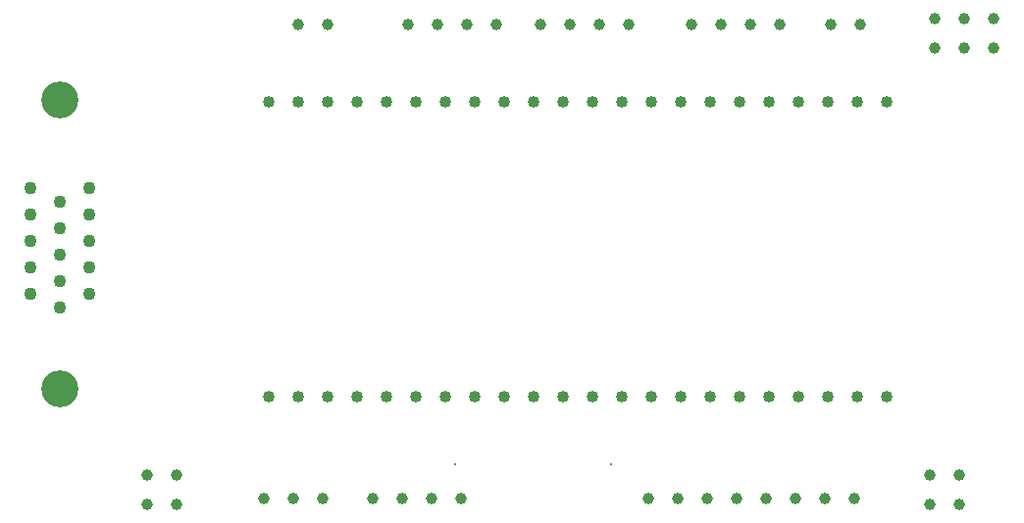
<source format=gbr>
%TF.GenerationSoftware,KiCad,Pcbnew,8.0.6*%
%TF.CreationDate,2025-01-21T08:23:09-05:00*%
%TF.ProjectId,vga_test,7667615f-7465-4737-942e-6b696361645f,rev?*%
%TF.SameCoordinates,Original*%
%TF.FileFunction,Plated,1,2,PTH,Drill*%
%TF.FilePolarity,Positive*%
%FSLAX46Y46*%
G04 Gerber Fmt 4.6, Leading zero omitted, Abs format (unit mm)*
G04 Created by KiCad (PCBNEW 8.0.6) date 2025-01-21 08:23:09*
%MOMM*%
%LPD*%
G01*
G04 APERTURE LIST*
%TA.AperFunction,ViaDrill*%
%ADD10C,0.300000*%
%TD*%
%TA.AperFunction,ComponentDrill*%
%ADD11C,1.000000*%
%TD*%
%TA.AperFunction,ComponentDrill*%
%ADD12C,1.020000*%
%TD*%
%TA.AperFunction,ComponentDrill*%
%ADD13C,1.100000*%
%TD*%
%TA.AperFunction,ComponentDrill*%
%ADD14C,3.200000*%
%TD*%
G04 APERTURE END LIST*
D10*
X90500000Y-93500000D03*
X104000000Y-93500000D03*
D11*
%TO.C,J11*%
X63960000Y-94460000D03*
X63960000Y-97000000D03*
X66500000Y-94460000D03*
X66500000Y-97000000D03*
%TO.C,J4*%
X73975000Y-96500000D03*
X76515000Y-96500000D03*
%TO.C,J8*%
X76960000Y-55500000D03*
%TO.C,J4*%
X79055000Y-96500000D03*
%TO.C,J8*%
X79500000Y-55500000D03*
%TO.C,J10*%
X83380000Y-96500000D03*
X85920000Y-96500000D03*
%TO.C,J7*%
X86460000Y-55500000D03*
%TO.C,J10*%
X88460000Y-96500000D03*
%TO.C,J7*%
X89000000Y-55500000D03*
%TO.C,J10*%
X91000000Y-96500000D03*
%TO.C,J7*%
X91540000Y-55500000D03*
X94080000Y-55500000D03*
%TO.C,J5*%
X97920000Y-55500000D03*
X100460000Y-55500000D03*
X103000000Y-55500000D03*
X105540000Y-55500000D03*
%TO.C,J12*%
X107220000Y-96500000D03*
X109760000Y-96500000D03*
%TO.C,J6*%
X110960000Y-55500000D03*
%TO.C,J12*%
X112300000Y-96500000D03*
%TO.C,J6*%
X113500000Y-55500000D03*
%TO.C,J12*%
X114840000Y-96500000D03*
%TO.C,J6*%
X116040000Y-55500000D03*
%TO.C,J12*%
X117380000Y-96500000D03*
%TO.C,J6*%
X118580000Y-55500000D03*
%TO.C,J12*%
X119920000Y-96500000D03*
X122460000Y-96500000D03*
%TO.C,J9*%
X122960000Y-55500000D03*
%TO.C,J12*%
X125000000Y-96500000D03*
%TO.C,J9*%
X125500000Y-55500000D03*
%TO.C,J3*%
X131460000Y-94500000D03*
X131460000Y-97040000D03*
%TO.C,J2*%
X131920000Y-55000000D03*
X131920000Y-57540000D03*
%TO.C,J3*%
X134000000Y-94500000D03*
X134000000Y-97040000D03*
%TO.C,J2*%
X134460000Y-55000000D03*
X134460000Y-57540000D03*
X137000000Y-55000000D03*
X137000000Y-57540000D03*
D12*
%TO.C,U1*%
X74470000Y-62200000D03*
X74470000Y-87660000D03*
X77010000Y-62200000D03*
X77010000Y-87660000D03*
X79550000Y-62200000D03*
X79550000Y-87660000D03*
X82090000Y-62200000D03*
X82090000Y-87660000D03*
X84630000Y-62200000D03*
X84630000Y-87660000D03*
X87170000Y-62200000D03*
X87170000Y-87660000D03*
X89710000Y-62200000D03*
X89710000Y-87660000D03*
X92250000Y-62200000D03*
X92250000Y-87660000D03*
X94790000Y-62200000D03*
X94790000Y-87660000D03*
X97330000Y-62200000D03*
X97330000Y-87660000D03*
X99870000Y-62200000D03*
X99870000Y-87660000D03*
X102410000Y-62200000D03*
X102410000Y-87660000D03*
X104950000Y-62200000D03*
X104950000Y-87660000D03*
X107490000Y-62200000D03*
X107490000Y-87660000D03*
X110030000Y-62200000D03*
X110030000Y-87660000D03*
X112570000Y-62200000D03*
X112570000Y-87660000D03*
X115110000Y-62200000D03*
X115110000Y-87660000D03*
X117650000Y-62200000D03*
X117650000Y-87660000D03*
X120190000Y-62200000D03*
X120190000Y-87660000D03*
X122730000Y-62200000D03*
X122730000Y-87660000D03*
X125270000Y-62200000D03*
X125270000Y-87660000D03*
X127810000Y-62200000D03*
X127810000Y-87660000D03*
D13*
%TO.C,J1*%
X53890000Y-69665000D03*
X53890000Y-71955000D03*
X53890000Y-74245000D03*
X53890000Y-76535000D03*
X53890000Y-78825000D03*
X56430000Y-70810000D03*
X56430000Y-73100000D03*
X56430000Y-75390000D03*
X56430000Y-77680000D03*
X56430000Y-79970000D03*
X58970000Y-69665000D03*
X58970000Y-71955000D03*
X58970000Y-74245000D03*
X58970000Y-76535000D03*
X58970000Y-78825000D03*
D14*
X56430000Y-62000000D03*
X56430000Y-86990000D03*
M02*

</source>
